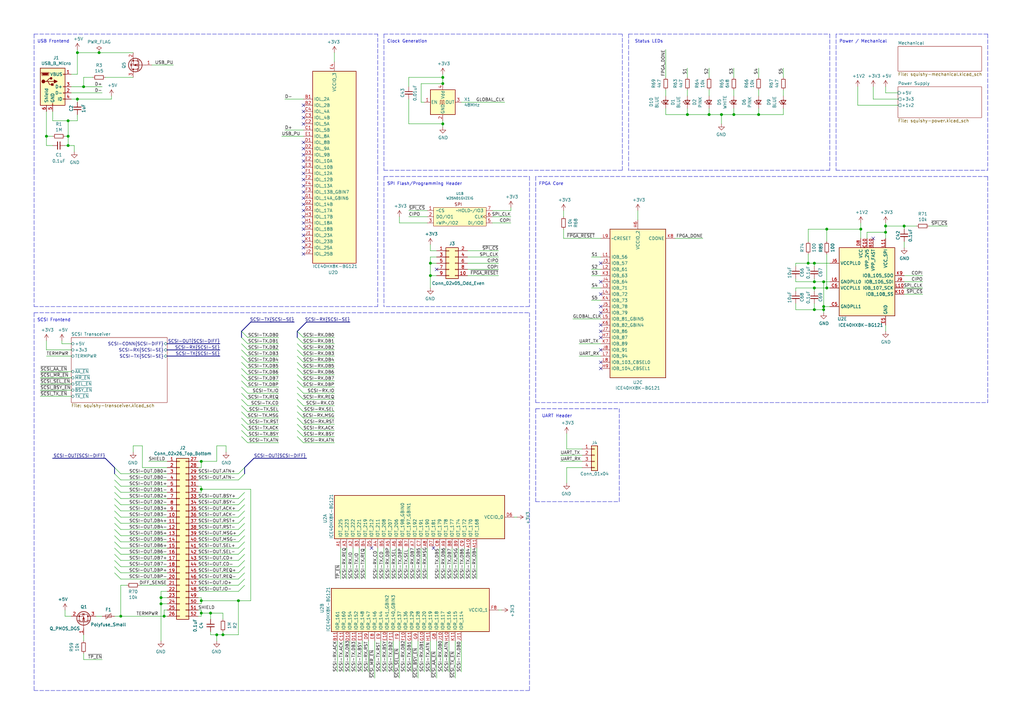
<source format=kicad_sch>
(kicad_sch (version 20210621) (generator eeschema)
  (paper "A3")
  (title_block (title "Squishy") (date "2021-05-31") (rev "1") (company "Aki"))
  (bus_alias "ULPI" (members "D[0..7]" "CLK" "STP" "DIR" "NXT"))
  (bus_alias "SCSI-DIFF" (members "DBP+" "DBP-" "ATN+" "ATN-" "BSY+" "BSY-" "ACK+" "ACK-" "RST+" "RST-" "MSG+" "MSG-" "SEL+" "SEL-" "CD+" "CD-" "REQ+" "REQ-" "IO+" "IO-" "DB0+" "DB0-" "DB1+" "DB1-" "DB2+" "DB2-" "DB3+" "DB3-" "DB4+" "DB4-" "DB5+" "DB5-" "DB6+" "DB6-" "DB7+" "DB7-"))
  (bus_alias "SCSI-SE" (members "DB[0..7]" "DBP" "IO" "REQ" "CD" "SEL" "MSG" "RST" "ACK" "BSY" "ATN"))
  (junction (at 19.05 55.88) (diameter 1.016))
  (junction (at 27.94 49.53) (diameter 1.016))
  (junction (at 27.94 55.88) (diameter 1.016))
  (junction (at 27.94 59.69) (diameter 1.016))
  (junction (at 31.75 21.59) (diameter 1.016))
  (junction (at 31.75 40.64) (diameter 1.016))
  (junction (at 34.29 35.56) (diameter 1.016))
  (junction (at 40.64 21.59) (diameter 1.016))
  (junction (at 49.53 252.73) (diameter 1.016))
  (junction (at 66.04 245.11) (diameter 1.016))
  (junction (at 66.04 247.65) (diameter 1.016))
  (junction (at 67.31 252.73) (diameter 1.016))
  (junction (at 82.55 189.23) (diameter 1.016))
  (junction (at 82.55 200.66) (diameter 1.016))
  (junction (at 82.55 246.38) (diameter 1.016))
  (junction (at 82.55 251.46) (diameter 1.016))
  (junction (at 86.36 251.46) (diameter 1.016))
  (junction (at 88.9 260.35) (diameter 1.016))
  (junction (at 91.44 260.35) (diameter 1.016))
  (junction (at 97.79 246.38) (diameter 1.016))
  (junction (at 176.53 107.95) (diameter 1.016))
  (junction (at 176.53 113.03) (diameter 1.016))
  (junction (at 181.61 31.75) (diameter 1.016))
  (junction (at 181.61 34.29) (diameter 1.016))
  (junction (at 181.61 50.8) (diameter 1.016))
  (junction (at 281.94 46.99) (diameter 1.016))
  (junction (at 290.83 46.99) (diameter 1.016))
  (junction (at 295.91 46.99) (diameter 1.016))
  (junction (at 300.99 46.99) (diameter 1.016))
  (junction (at 311.15 46.99) (diameter 1.016))
  (junction (at 331.47 107.95) (diameter 1.016))
  (junction (at 334.01 107.95) (diameter 1.016))
  (junction (at 334.01 115.57) (diameter 1.016))
  (junction (at 334.01 118.11) (diameter 1.016))
  (junction (at 334.01 127) (diameter 1.016))
  (junction (at 337.82 115.57) (diameter 1.016))
  (junction (at 337.82 125.73) (diameter 1.016))
  (junction (at 337.82 127) (diameter 1.016))
  (junction (at 339.09 93.98) (diameter 1.016))
  (junction (at 339.09 118.11) (diameter 1.016))
  (junction (at 353.06 93.98) (diameter 1.016))
  (junction (at 363.22 92.71) (diameter 1.016))
  (junction (at 363.22 95.25) (diameter 1.016))
  (junction (at 370.84 92.71) (diameter 1.016))
  (no_connect (at 124.46 43.18))
  (no_connect (at 124.46 45.72))
  (no_connect (at 124.46 48.26))
  (no_connect (at 124.46 50.8))
  (no_connect (at 124.46 58.42))
  (no_connect (at 124.46 60.96))
  (no_connect (at 124.46 63.5))
  (no_connect (at 124.46 66.04))
  (no_connect (at 124.46 68.58))
  (no_connect (at 124.46 71.12))
  (no_connect (at 124.46 73.66))
  (no_connect (at 124.46 76.2))
  (no_connect (at 124.46 78.74))
  (no_connect (at 124.46 81.28))
  (no_connect (at 124.46 83.82))
  (no_connect (at 124.46 86.36))
  (no_connect (at 124.46 88.9))
  (no_connect (at 124.46 91.44))
  (no_connect (at 124.46 93.98))
  (no_connect (at 124.46 96.52))
  (no_connect (at 124.46 99.06))
  (no_connect (at 124.46 101.6))
  (no_connect (at 124.46 104.14))
  (no_connect (at 152.4 224.79))
  (no_connect (at 177.8 224.79))
  (no_connect (at 179.07 110.49))
  (no_connect (at 246.38 107.95))
  (no_connect (at 246.38 115.57))
  (no_connect (at 246.38 120.65))
  (no_connect (at 246.38 125.73))
  (no_connect (at 246.38 128.27))
  (no_connect (at 246.38 133.35))
  (no_connect (at 246.38 135.89))
  (no_connect (at 246.38 138.43))
  (no_connect (at 246.38 143.51))
  (no_connect (at 246.38 148.59))
  (no_connect (at 246.38 151.13))
  (no_connect (at 358.14 97.79))
  (bus_entry (at 46.99 191.77) (size 2.54 2.54) (stroke (width 0.1524)))
  (bus_entry (at 46.99 194.31) (size 2.54 2.54) (stroke (width 0.1524)))
  (bus_entry (at 46.99 196.85) (size 2.54 2.54) (stroke (width 0.1524)))
  (bus_entry (at 46.99 199.39) (size 2.54 2.54) (stroke (width 0.1524)))
  (bus_entry (at 46.99 201.93) (size 2.54 2.54) (stroke (width 0.1524)))
  (bus_entry (at 46.99 204.47) (size 2.54 2.54) (stroke (width 0.1524)))
  (bus_entry (at 46.99 207.01) (size 2.54 2.54) (stroke (width 0.1524)))
  (bus_entry (at 46.99 209.55) (size 2.54 2.54) (stroke (width 0.1524)))
  (bus_entry (at 46.99 212.09) (size 2.54 2.54) (stroke (width 0.1524)))
  (bus_entry (at 46.99 214.63) (size 2.54 2.54) (stroke (width 0.1524)))
  (bus_entry (at 46.99 217.17) (size 2.54 2.54) (stroke (width 0.1524)))
  (bus_entry (at 46.99 219.71) (size 2.54 2.54) (stroke (width 0.1524)))
  (bus_entry (at 46.99 222.25) (size 2.54 2.54) (stroke (width 0.1524)))
  (bus_entry (at 46.99 224.79) (size 2.54 2.54) (stroke (width 0.1524)))
  (bus_entry (at 46.99 227.33) (size 2.54 2.54) (stroke (width 0.1524)))
  (bus_entry (at 46.99 229.87) (size 2.54 2.54) (stroke (width 0.1524)))
  (bus_entry (at 46.99 232.41) (size 2.54 2.54) (stroke (width 0.1524)))
  (bus_entry (at 46.99 234.95) (size 2.54 2.54) (stroke (width 0.1524)))
  (bus_entry (at 99.06 135.89) (size 2.54 2.54) (stroke (width 0.1524)))
  (bus_entry (at 99.06 138.43) (size 2.54 2.54) (stroke (width 0.1524)))
  (bus_entry (at 99.06 140.97) (size 2.54 2.54) (stroke (width 0.1524)))
  (bus_entry (at 99.06 143.51) (size 2.54 2.54) (stroke (width 0.1524)))
  (bus_entry (at 99.06 146.05) (size 2.54 2.54) (stroke (width 0.1524)))
  (bus_entry (at 99.06 148.59) (size 2.54 2.54) (stroke (width 0.1524)))
  (bus_entry (at 99.06 151.13) (size 2.54 2.54) (stroke (width 0.1524)))
  (bus_entry (at 99.06 153.67) (size 2.54 2.54) (stroke (width 0.1524)))
  (bus_entry (at 99.06 156.21) (size 2.54 2.54) (stroke (width 0.1524)))
  (bus_entry (at 99.06 158.75) (size 2.54 2.54) (stroke (width 0.1524)))
  (bus_entry (at 99.06 161.29) (size 2.54 2.54) (stroke (width 0.1524)))
  (bus_entry (at 99.06 163.83) (size 2.54 2.54) (stroke (width 0.1524)))
  (bus_entry (at 99.06 166.37) (size 2.54 2.54) (stroke (width 0.1524)))
  (bus_entry (at 99.06 168.91) (size 2.54 2.54) (stroke (width 0.1524)))
  (bus_entry (at 99.06 171.45) (size 2.54 2.54) (stroke (width 0.1524)))
  (bus_entry (at 99.06 173.99) (size 2.54 2.54) (stroke (width 0.1524)))
  (bus_entry (at 99.06 176.53) (size 2.54 2.54) (stroke (width 0.1524)))
  (bus_entry (at 99.06 179.07) (size 2.54 2.54) (stroke (width 0.1524)))
  (bus_entry (at 100.33 191.77) (size -2.54 2.54) (stroke (width 0.1524)))
  (bus_entry (at 100.33 194.31) (size -2.54 2.54) (stroke (width 0.1524)))
  (bus_entry (at 100.33 201.93) (size -2.54 2.54) (stroke (width 0.1524)))
  (bus_entry (at 100.33 204.47) (size -2.54 2.54) (stroke (width 0.1524)))
  (bus_entry (at 100.33 207.01) (size -2.54 2.54) (stroke (width 0.1524)))
  (bus_entry (at 100.33 209.55) (size -2.54 2.54) (stroke (width 0.1524)))
  (bus_entry (at 100.33 212.09) (size -2.54 2.54) (stroke (width 0.1524)))
  (bus_entry (at 100.33 214.63) (size -2.54 2.54) (stroke (width 0.1524)))
  (bus_entry (at 100.33 217.17) (size -2.54 2.54) (stroke (width 0.1524)))
  (bus_entry (at 100.33 219.71) (size -2.54 2.54) (stroke (width 0.1524)))
  (bus_entry (at 100.33 222.25) (size -2.54 2.54) (stroke (width 0.1524)))
  (bus_entry (at 100.33 224.79) (size -2.54 2.54) (stroke (width 0.1524)))
  (bus_entry (at 100.33 227.33) (size -2.54 2.54) (stroke (width 0.1524)))
  (bus_entry (at 100.33 229.87) (size -2.54 2.54) (stroke (width 0.1524)))
  (bus_entry (at 100.33 232.41) (size -2.54 2.54) (stroke (width 0.1524)))
  (bus_entry (at 100.33 234.95) (size -2.54 2.54) (stroke (width 0.1524)))
  (bus_entry (at 100.33 237.49) (size -2.54 2.54) (stroke (width 0.1524)))
  (bus_entry (at 100.33 240.03) (size -2.54 2.54) (stroke (width 0.1524)))
  (bus_entry (at 121.92 135.89) (size 2.54 2.54) (stroke (width 0.1524)))
  (bus_entry (at 121.92 138.43) (size 2.54 2.54) (stroke (width 0.1524)))
  (bus_entry (at 121.92 140.97) (size 2.54 2.54) (stroke (width 0.1524)))
  (bus_entry (at 121.92 143.51) (size 2.54 2.54) (stroke (width 0.1524)))
  (bus_entry (at 121.92 146.05) (size 2.54 2.54) (stroke (width 0.1524)))
  (bus_entry (at 121.92 148.59) (size 2.54 2.54) (stroke (width 0.1524)))
  (bus_entry (at 121.92 151.13) (size 2.54 2.54) (stroke (width 0.1524)))
  (bus_entry (at 121.92 153.67) (size 2.54 2.54) (stroke (width 0.1524)))
  (bus_entry (at 121.92 156.21) (size 2.54 2.54) (stroke (width 0.1524)))
  (bus_entry (at 121.92 158.75) (size 2.54 2.54) (stroke (width 0.1524)))
  (bus_entry (at 121.92 161.29) (size 2.54 2.54) (stroke (width 0.1524)))
  (bus_entry (at 121.92 163.83) (size 2.54 2.54) (stroke (width 0.1524)))
  (bus_entry (at 121.92 166.37) (size 2.54 2.54) (stroke (width 0.1524)))
  (bus_entry (at 121.92 168.91) (size 2.54 2.54) (stroke (width 0.1524)))
  (bus_entry (at 121.92 171.45) (size 2.54 2.54) (stroke (width 0.1524)))
  (bus_entry (at 121.92 173.99) (size 2.54 2.54) (stroke (width 0.1524)))
  (bus_entry (at 121.92 176.53) (size 2.54 2.54) (stroke (width 0.1524)))
  (bus_entry (at 121.92 179.07) (size 2.54 2.54) (stroke (width 0.1524)))
  (wire (pts (xy 16.51 152.4) (xy 29.21 152.4)))
  (wire (pts (xy 16.51 154.94) (xy 29.21 154.94)))
  (wire (pts (xy 16.51 157.48) (xy 29.21 157.48)))
  (wire (pts (xy 16.51 160.02) (xy 29.21 160.02)))
  (wire (pts (xy 16.51 162.56) (xy 29.21 162.56)))
  (wire (pts (xy 19.05 45.72) (xy 19.05 55.88)))
  (wire (pts (xy 19.05 59.69) (xy 19.05 55.88)))
  (wire (pts (xy 19.05 143.51) (xy 19.05 139.7)))
  (wire (pts (xy 21.59 49.53) (xy 21.59 45.72)))
  (wire (pts (xy 21.59 55.88) (xy 19.05 55.88)))
  (wire (pts (xy 21.59 59.69) (xy 19.05 59.69)))
  (wire (pts (xy 25.4 139.7) (xy 25.4 140.97)))
  (wire (pts (xy 26.67 55.88) (xy 27.94 55.88)))
  (wire (pts (xy 26.67 59.69) (xy 27.94 59.69)))
  (wire (pts (xy 26.67 252.73) (xy 26.67 250.19)))
  (wire (pts (xy 27.94 49.53) (xy 21.59 49.53)))
  (wire (pts (xy 27.94 49.53) (xy 27.94 55.88)))
  (wire (pts (xy 27.94 59.69) (xy 27.94 55.88)))
  (wire (pts (xy 29.21 35.56) (xy 34.29 35.56)))
  (wire (pts (xy 29.21 38.1) (xy 41.91 38.1)))
  (wire (pts (xy 29.21 40.64) (xy 31.75 40.64)))
  (wire (pts (xy 29.21 140.97) (xy 25.4 140.97)))
  (wire (pts (xy 29.21 143.51) (xy 19.05 143.51)))
  (wire (pts (xy 29.21 146.05) (xy 19.05 146.05)))
  (wire (pts (xy 29.21 252.73) (xy 26.67 252.73)))
  (wire (pts (xy 30.48 59.69) (xy 27.94 59.69)))
  (wire (pts (xy 30.48 62.23) (xy 30.48 59.69)))
  (wire (pts (xy 31.75 20.32) (xy 31.75 21.59)))
  (wire (pts (xy 31.75 21.59) (xy 31.75 30.48)))
  (wire (pts (xy 31.75 21.59) (xy 40.64 21.59)))
  (wire (pts (xy 31.75 30.48) (xy 29.21 30.48)))
  (wire (pts (xy 31.75 40.64) (xy 31.75 41.91)))
  (wire (pts (xy 31.75 46.99) (xy 31.75 49.53)))
  (wire (pts (xy 31.75 49.53) (xy 27.94 49.53)))
  (wire (pts (xy 34.29 31.75) (xy 34.29 35.56)))
  (wire (pts (xy 34.29 31.75) (xy 38.1 31.75)))
  (wire (pts (xy 34.29 35.56) (xy 41.91 35.56)))
  (wire (pts (xy 34.29 262.89) (xy 34.29 260.35)))
  (wire (pts (xy 34.29 267.97) (xy 34.29 270.51)))
  (wire (pts (xy 34.29 270.51) (xy 41.91 270.51)))
  (wire (pts (xy 40.64 21.59) (xy 54.61 21.59)))
  (wire (pts (xy 41.91 252.73) (xy 39.37 252.73)))
  (wire (pts (xy 43.18 31.75) (xy 54.61 31.75)))
  (wire (pts (xy 45.72 39.37) (xy 45.72 40.64)))
  (wire (pts (xy 45.72 40.64) (xy 31.75 40.64)))
  (wire (pts (xy 49.53 194.31) (xy 68.58 194.31)))
  (wire (pts (xy 49.53 196.85) (xy 68.58 196.85)))
  (wire (pts (xy 49.53 199.39) (xy 68.58 199.39)))
  (wire (pts (xy 49.53 201.93) (xy 68.58 201.93)))
  (wire (pts (xy 49.53 204.47) (xy 68.58 204.47)))
  (wire (pts (xy 49.53 207.01) (xy 68.58 207.01)))
  (wire (pts (xy 49.53 209.55) (xy 68.58 209.55)))
  (wire (pts (xy 49.53 212.09) (xy 68.58 212.09)))
  (wire (pts (xy 49.53 214.63) (xy 68.58 214.63)))
  (wire (pts (xy 49.53 217.17) (xy 68.58 217.17)))
  (wire (pts (xy 49.53 219.71) (xy 68.58 219.71)))
  (wire (pts (xy 49.53 222.25) (xy 68.58 222.25)))
  (wire (pts (xy 49.53 224.79) (xy 68.58 224.79)))
  (wire (pts (xy 49.53 227.33) (xy 68.58 227.33)))
  (wire (pts (xy 49.53 229.87) (xy 68.58 229.87)))
  (wire (pts (xy 49.53 232.41) (xy 68.58 232.41)))
  (wire (pts (xy 49.53 234.95) (xy 68.58 234.95)))
  (wire (pts (xy 49.53 237.49) (xy 68.58 237.49)))
  (wire (pts (xy 49.53 240.03) (xy 49.53 252.73)))
  (wire (pts (xy 49.53 240.03) (xy 52.07 240.03)))
  (wire (pts (xy 49.53 252.73) (xy 46.99 252.73)))
  (wire (pts (xy 49.53 252.73) (xy 67.31 252.73)))
  (wire (pts (xy 54.61 182.88) (xy 54.61 185.42)))
  (wire (pts (xy 57.15 240.03) (xy 68.58 240.03)))
  (wire (pts (xy 58.42 182.88) (xy 54.61 182.88)))
  (wire (pts (xy 58.42 191.77) (xy 58.42 182.88)))
  (wire (pts (xy 58.42 191.77) (xy 68.58 191.77)))
  (wire (pts (xy 62.23 26.67) (xy 71.12 26.67)))
  (wire (pts (xy 66.04 242.57) (xy 66.04 245.11)))
  (wire (pts (xy 66.04 245.11) (xy 66.04 247.65)))
  (wire (pts (xy 66.04 247.65) (xy 66.04 262.89)))
  (wire (pts (xy 67.31 250.19) (xy 67.31 252.73)))
  (wire (pts (xy 67.31 252.73) (xy 68.58 252.73)))
  (wire (pts (xy 68.58 189.23) (xy 60.96 189.23)))
  (wire (pts (xy 68.58 242.57) (xy 66.04 242.57)))
  (wire (pts (xy 68.58 245.11) (xy 66.04 245.11)))
  (wire (pts (xy 68.58 247.65) (xy 66.04 247.65)))
  (wire (pts (xy 68.58 250.19) (xy 67.31 250.19)))
  (wire (pts (xy 81.28 189.23) (xy 82.55 189.23)))
  (wire (pts (xy 81.28 250.19) (xy 82.55 250.19)))
  (wire (pts (xy 81.28 252.73) (xy 82.55 252.73)))
  (wire (pts (xy 82.55 189.23) (xy 82.55 191.77)))
  (wire (pts (xy 82.55 191.77) (xy 81.28 191.77)))
  (wire (pts (xy 82.55 199.39) (xy 81.28 199.39)))
  (wire (pts (xy 82.55 199.39) (xy 82.55 200.66)))
  (wire (pts (xy 82.55 200.66) (xy 82.55 201.93)))
  (wire (pts (xy 82.55 200.66) (xy 102.87 200.66)))
  (wire (pts (xy 82.55 201.93) (xy 81.28 201.93)))
  (wire (pts (xy 82.55 245.11) (xy 81.28 245.11)))
  (wire (pts (xy 82.55 245.11) (xy 82.55 246.38)))
  (wire (pts (xy 82.55 246.38) (xy 82.55 247.65)))
  (wire (pts (xy 82.55 247.65) (xy 81.28 247.65)))
  (wire (pts (xy 82.55 250.19) (xy 82.55 251.46)))
  (wire (pts (xy 82.55 251.46) (xy 82.55 252.73)))
  (wire (pts (xy 82.55 251.46) (xy 86.36 251.46)))
  (wire (pts (xy 86.36 251.46) (xy 91.44 251.46)))
  (wire (pts (xy 86.36 254) (xy 86.36 251.46)))
  (wire (pts (xy 86.36 259.08) (xy 86.36 260.35)))
  (wire (pts (xy 86.36 260.35) (xy 88.9 260.35)))
  (wire (pts (xy 88.9 182.88) (xy 88.9 189.23)))
  (wire (pts (xy 88.9 182.88) (xy 92.71 182.88)))
  (wire (pts (xy 88.9 189.23) (xy 82.55 189.23)))
  (wire (pts (xy 88.9 260.35) (xy 88.9 262.89)))
  (wire (pts (xy 88.9 260.35) (xy 91.44 260.35)))
  (wire (pts (xy 91.44 251.46) (xy 91.44 254)))
  (wire (pts (xy 91.44 260.35) (xy 91.44 259.08)))
  (wire (pts (xy 91.44 260.35) (xy 97.79 260.35)))
  (wire (pts (xy 92.71 182.88) (xy 92.71 185.42)))
  (wire (pts (xy 97.79 194.31) (xy 81.28 194.31)))
  (wire (pts (xy 97.79 196.85) (xy 81.28 196.85)))
  (wire (pts (xy 97.79 204.47) (xy 81.28 204.47)))
  (wire (pts (xy 97.79 207.01) (xy 81.28 207.01)))
  (wire (pts (xy 97.79 209.55) (xy 81.28 209.55)))
  (wire (pts (xy 97.79 212.09) (xy 81.28 212.09)))
  (wire (pts (xy 97.79 214.63) (xy 81.28 214.63)))
  (wire (pts (xy 97.79 217.17) (xy 81.28 217.17)))
  (wire (pts (xy 97.79 219.71) (xy 81.28 219.71)))
  (wire (pts (xy 97.79 222.25) (xy 81.28 222.25)))
  (wire (pts (xy 97.79 224.79) (xy 81.28 224.79)))
  (wire (pts (xy 97.79 227.33) (xy 81.28 227.33)))
  (wire (pts (xy 97.79 229.87) (xy 81.28 229.87)))
  (wire (pts (xy 97.79 232.41) (xy 81.28 232.41)))
  (wire (pts (xy 97.79 234.95) (xy 81.28 234.95)))
  (wire (pts (xy 97.79 237.49) (xy 81.28 237.49)))
  (wire (pts (xy 97.79 240.03) (xy 81.28 240.03)))
  (wire (pts (xy 97.79 242.57) (xy 81.28 242.57)))
  (wire (pts (xy 97.79 246.38) (xy 82.55 246.38)))
  (wire (pts (xy 97.79 260.35) (xy 97.79 246.38)))
  (wire (pts (xy 101.6 138.43) (xy 114.3 138.43)))
  (wire (pts (xy 101.6 140.97) (xy 114.3 140.97)))
  (wire (pts (xy 101.6 143.51) (xy 114.3 143.51)))
  (wire (pts (xy 101.6 146.05) (xy 114.3 146.05)))
  (wire (pts (xy 101.6 148.59) (xy 114.3 148.59)))
  (wire (pts (xy 101.6 151.13) (xy 114.3 151.13)))
  (wire (pts (xy 101.6 153.67) (xy 114.3 153.67)))
  (wire (pts (xy 101.6 156.21) (xy 114.3 156.21)))
  (wire (pts (xy 101.6 158.75) (xy 114.3 158.75)))
  (wire (pts (xy 101.6 161.29) (xy 114.3 161.29)))
  (wire (pts (xy 101.6 163.83) (xy 114.3 163.83)))
  (wire (pts (xy 101.6 166.37) (xy 114.3 166.37)))
  (wire (pts (xy 101.6 168.91) (xy 114.3 168.91)))
  (wire (pts (xy 101.6 171.45) (xy 114.3 171.45)))
  (wire (pts (xy 101.6 173.99) (xy 114.3 173.99)))
  (wire (pts (xy 101.6 176.53) (xy 114.3 176.53)))
  (wire (pts (xy 101.6 179.07) (xy 114.3 179.07)))
  (wire (pts (xy 101.6 181.61) (xy 114.3 181.61)))
  (wire (pts (xy 102.87 200.66) (xy 102.87 246.38)))
  (wire (pts (xy 102.87 246.38) (xy 97.79 246.38)))
  (wire (pts (xy 124.46 40.64) (xy 116.84 40.64)))
  (wire (pts (xy 124.46 53.34) (xy 116.84 53.34)))
  (wire (pts (xy 124.46 55.88) (xy 115.57 55.88)))
  (wire (pts (xy 124.46 138.43) (xy 137.16 138.43)))
  (wire (pts (xy 124.46 140.97) (xy 137.16 140.97)))
  (wire (pts (xy 124.46 143.51) (xy 137.16 143.51)))
  (wire (pts (xy 124.46 146.05) (xy 137.16 146.05)))
  (wire (pts (xy 124.46 148.59) (xy 137.16 148.59)))
  (wire (pts (xy 124.46 151.13) (xy 137.16 151.13)))
  (wire (pts (xy 124.46 153.67) (xy 137.16 153.67)))
  (wire (pts (xy 124.46 156.21) (xy 137.16 156.21)))
  (wire (pts (xy 124.46 158.75) (xy 137.16 158.75)))
  (wire (pts (xy 124.46 161.29) (xy 137.16 161.29)))
  (wire (pts (xy 124.46 163.83) (xy 137.16 163.83)))
  (wire (pts (xy 124.46 166.37) (xy 137.16 166.37)))
  (wire (pts (xy 124.46 168.91) (xy 137.16 168.91)))
  (wire (pts (xy 124.46 171.45) (xy 137.16 171.45)))
  (wire (pts (xy 124.46 173.99) (xy 137.16 173.99)))
  (wire (pts (xy 124.46 176.53) (xy 137.16 176.53)))
  (wire (pts (xy 124.46 179.07) (xy 137.16 179.07)))
  (wire (pts (xy 124.46 181.61) (xy 137.16 181.61)))
  (wire (pts (xy 137.16 21.59) (xy 137.16 25.4)))
  (wire (pts (xy 138.43 262.89) (xy 138.43 275.59)))
  (wire (pts (xy 139.7 237.49) (xy 139.7 224.79)))
  (wire (pts (xy 140.97 262.89) (xy 140.97 275.59)))
  (wire (pts (xy 142.24 224.79) (xy 142.24 237.49)))
  (wire (pts (xy 143.51 262.89) (xy 143.51 275.59)))
  (wire (pts (xy 144.78 224.79) (xy 144.78 237.49)))
  (wire (pts (xy 146.05 262.89) (xy 146.05 275.59)))
  (wire (pts (xy 147.32 224.79) (xy 147.32 237.49)))
  (wire (pts (xy 148.59 262.89) (xy 148.59 275.59)))
  (wire (pts (xy 149.86 224.79) (xy 149.86 237.49)))
  (wire (pts (xy 151.13 262.89) (xy 151.13 275.59)))
  (wire (pts (xy 153.67 262.89) (xy 153.67 278.13)))
  (wire (pts (xy 154.94 224.79) (xy 154.94 237.49)))
  (wire (pts (xy 156.21 262.89) (xy 156.21 275.59)))
  (wire (pts (xy 157.48 224.79) (xy 157.48 237.49)))
  (wire (pts (xy 158.75 262.89) (xy 158.75 275.59)))
  (wire (pts (xy 160.02 224.79) (xy 160.02 237.49)))
  (wire (pts (xy 161.29 262.89) (xy 161.29 275.59)))
  (wire (pts (xy 162.56 224.79) (xy 162.56 237.49)))
  (wire (pts (xy 163.83 88.9) (xy 163.83 91.44)))
  (wire (pts (xy 163.83 91.44) (xy 175.26 91.44)))
  (wire (pts (xy 163.83 262.89) (xy 163.83 278.13)))
  (wire (pts (xy 165.1 224.79) (xy 165.1 237.49)))
  (wire (pts (xy 166.37 262.89) (xy 166.37 275.59)))
  (wire (pts (xy 167.64 31.75) (xy 167.64 35.56)))
  (wire (pts (xy 167.64 50.8) (xy 167.64 40.64)))
  (wire (pts (xy 167.64 224.79) (xy 167.64 237.49)))
  (wire (pts (xy 168.91 262.89) (xy 168.91 275.59)))
  (wire (pts (xy 170.18 224.79) (xy 170.18 237.49)))
  (wire (pts (xy 171.45 262.89) (xy 171.45 278.13)))
  (wire (pts (xy 172.72 34.29) (xy 181.61 34.29)))
  (wire (pts (xy 172.72 41.91) (xy 172.72 34.29)))
  (wire (pts (xy 172.72 224.79) (xy 172.72 237.49)))
  (wire (pts (xy 173.99 41.91) (xy 172.72 41.91)))
  (wire (pts (xy 173.99 262.89) (xy 173.99 275.59)))
  (wire (pts (xy 175.26 86.36) (xy 167.64 86.36)))
  (wire (pts (xy 175.26 88.9) (xy 167.64 88.9)))
  (wire (pts (xy 175.26 224.79) (xy 175.26 237.49)))
  (wire (pts (xy 176.53 100.33) (xy 176.53 102.87)))
  (wire (pts (xy 176.53 102.87) (xy 179.07 102.87)))
  (wire (pts (xy 176.53 105.41) (xy 176.53 107.95)))
  (wire (pts (xy 176.53 107.95) (xy 176.53 113.03)))
  (wire (pts (xy 176.53 113.03) (xy 176.53 118.11)))
  (wire (pts (xy 176.53 262.89) (xy 176.53 275.59)))
  (wire (pts (xy 179.07 105.41) (xy 176.53 105.41)))
  (wire (pts (xy 179.07 107.95) (xy 176.53 107.95)))
  (wire (pts (xy 179.07 113.03) (xy 176.53 113.03)))
  (wire (pts (xy 179.07 278.13) (xy 179.07 262.89)))
  (wire (pts (xy 180.34 224.79) (xy 180.34 237.49)))
  (wire (pts (xy 181.61 30.48) (xy 181.61 31.75)))
  (wire (pts (xy 181.61 31.75) (xy 167.64 31.75)))
  (wire (pts (xy 181.61 31.75) (xy 181.61 34.29)))
  (wire (pts (xy 181.61 49.53) (xy 181.61 50.8)))
  (wire (pts (xy 181.61 50.8) (xy 167.64 50.8)))
  (wire (pts (xy 181.61 50.8) (xy 181.61 52.07)))
  (wire (pts (xy 181.61 262.89) (xy 181.61 275.59)))
  (wire (pts (xy 182.88 224.79) (xy 182.88 237.49)))
  (wire (pts (xy 184.15 262.89) (xy 184.15 275.59)))
  (wire (pts (xy 185.42 224.79) (xy 185.42 237.49)))
  (wire (pts (xy 186.69 262.89) (xy 186.69 278.13)))
  (wire (pts (xy 187.96 224.79) (xy 187.96 237.49)))
  (wire (pts (xy 189.23 41.91) (xy 207.01 41.91)))
  (wire (pts (xy 189.23 262.89) (xy 189.23 275.59)))
  (wire (pts (xy 190.5 224.79) (xy 190.5 237.49)))
  (wire (pts (xy 191.77 102.87) (xy 204.47 102.87)))
  (wire (pts (xy 191.77 105.41) (xy 204.47 105.41)))
  (wire (pts (xy 191.77 107.95) (xy 204.47 107.95)))
  (wire (pts (xy 191.77 110.49) (xy 204.47 110.49)))
  (wire (pts (xy 191.77 113.03) (xy 204.47 113.03)))
  (wire (pts (xy 193.04 224.79) (xy 193.04 237.49)))
  (wire (pts (xy 195.58 224.79) (xy 195.58 237.49)))
  (wire (pts (xy 201.93 86.36) (xy 209.55 86.36)))
  (wire (pts (xy 201.93 88.9) (xy 209.55 88.9)))
  (wire (pts (xy 201.93 91.44) (xy 209.55 91.44)))
  (wire (pts (xy 205.74 250.19) (xy 204.47 250.19)))
  (wire (pts (xy 209.55 85.09) (xy 209.55 86.36)))
  (wire (pts (xy 212.09 212.09) (xy 210.82 212.09)))
  (wire (pts (xy 231.14 86.36) (xy 231.14 88.9)))
  (wire (pts (xy 231.14 97.79) (xy 231.14 93.98)))
  (wire (pts (xy 232.41 177.8) (xy 232.41 184.15)))
  (wire (pts (xy 232.41 184.15) (xy 238.76 184.15)))
  (wire (pts (xy 232.41 191.77) (xy 232.41 198.12)))
  (wire (pts (xy 238.76 186.69) (xy 229.87 186.69)))
  (wire (pts (xy 238.76 189.23) (xy 229.87 189.23)))
  (wire (pts (xy 238.76 191.77) (xy 232.41 191.77)))
  (wire (pts (xy 246.38 97.79) (xy 231.14 97.79)))
  (wire (pts (xy 246.38 105.41) (xy 242.57 105.41)))
  (wire (pts (xy 246.38 110.49) (xy 242.57 110.49)))
  (wire (pts (xy 246.38 113.03) (xy 242.57 113.03)))
  (wire (pts (xy 246.38 118.11) (xy 242.57 118.11)))
  (wire (pts (xy 246.38 123.19) (xy 242.57 123.19)))
  (wire (pts (xy 246.38 130.81) (xy 234.95 130.81)))
  (wire (pts (xy 246.38 140.97) (xy 237.49 140.97)))
  (wire (pts (xy 246.38 146.05) (xy 237.49 146.05)))
  (wire (pts (xy 261.62 86.36) (xy 261.62 90.17)))
  (wire (pts (xy 273.05 31.75) (xy 273.05 20.32)))
  (wire (pts (xy 273.05 36.83) (xy 273.05 39.37)))
  (wire (pts (xy 273.05 46.99) (xy 273.05 44.45)))
  (wire (pts (xy 276.86 97.79) (xy 288.29 97.79)))
  (wire (pts (xy 281.94 31.75) (xy 281.94 27.94)))
  (wire (pts (xy 281.94 36.83) (xy 281.94 39.37)))
  (wire (pts (xy 281.94 44.45) (xy 281.94 46.99)))
  (wire (pts (xy 281.94 46.99) (xy 273.05 46.99)))
  (wire (pts (xy 281.94 46.99) (xy 290.83 46.99)))
  (wire (pts (xy 290.83 31.75) (xy 290.83 27.94)))
  (wire (pts (xy 290.83 36.83) (xy 290.83 39.37)))
  (wire (pts (xy 290.83 44.45) (xy 290.83 46.99)))
  (wire (pts (xy 290.83 46.99) (xy 295.91 46.99)))
  (wire (pts (xy 295.91 46.99) (xy 300.99 46.99)))
  (wire (pts (xy 295.91 50.8) (xy 295.91 46.99)))
  (wire (pts (xy 300.99 31.75) (xy 300.99 27.94)))
  (wire (pts (xy 300.99 36.83) (xy 300.99 39.37)))
  (wire (pts (xy 300.99 44.45) (xy 300.99 46.99)))
  (wire (pts (xy 300.99 46.99) (xy 311.15 46.99)))
  (wire (pts (xy 311.15 31.75) (xy 311.15 27.94)))
  (wire (pts (xy 311.15 36.83) (xy 311.15 39.37)))
  (wire (pts (xy 311.15 44.45) (xy 311.15 46.99)))
  (wire (pts (xy 311.15 46.99) (xy 321.31 46.99)))
  (wire (pts (xy 321.31 31.75) (xy 321.31 27.94)))
  (wire (pts (xy 321.31 36.83) (xy 321.31 39.37)))
  (wire (pts (xy 321.31 44.45) (xy 321.31 46.99)))
  (wire (pts (xy 326.39 107.95) (xy 331.47 107.95)))
  (wire (pts (xy 326.39 109.22) (xy 326.39 107.95)))
  (wire (pts (xy 326.39 115.57) (xy 326.39 114.3)))
  (wire (pts (xy 326.39 115.57) (xy 334.01 115.57)))
  (wire (pts (xy 326.39 118.11) (xy 334.01 118.11)))
  (wire (pts (xy 326.39 119.38) (xy 326.39 118.11)))
  (wire (pts (xy 326.39 127) (xy 326.39 124.46)))
  (wire (pts (xy 331.47 93.98) (xy 339.09 93.98)))
  (wire (pts (xy 331.47 99.06) (xy 331.47 93.98)))
  (wire (pts (xy 331.47 104.14) (xy 331.47 107.95)))
  (wire (pts (xy 331.47 107.95) (xy 334.01 107.95)))
  (wire (pts (xy 334.01 107.95) (xy 340.36 107.95)))
  (wire (pts (xy 334.01 109.22) (xy 334.01 107.95)))
  (wire (pts (xy 334.01 114.3) (xy 334.01 115.57)))
  (wire (pts (xy 334.01 115.57) (xy 337.82 115.57)))
  (wire (pts (xy 334.01 118.11) (xy 334.01 119.38)))
  (wire (pts (xy 334.01 124.46) (xy 334.01 127)))
  (wire (pts (xy 334.01 127) (xy 326.39 127)))
  (wire (pts (xy 337.82 115.57) (xy 340.36 115.57)))
  (wire (pts (xy 337.82 125.73) (xy 337.82 115.57)))
  (wire (pts (xy 337.82 125.73) (xy 337.82 127)))
  (wire (pts (xy 337.82 125.73) (xy 340.36 125.73)))
  (wire (pts (xy 337.82 127) (xy 334.01 127)))
  (wire (pts (xy 337.82 127) (xy 337.82 128.27)))
  (wire (pts (xy 339.09 93.98) (xy 339.09 99.06)))
  (wire (pts (xy 339.09 93.98) (xy 353.06 93.98)))
  (wire (pts (xy 339.09 104.14) (xy 339.09 118.11)))
  (wire (pts (xy 339.09 118.11) (xy 334.01 118.11)))
  (wire (pts (xy 340.36 118.11) (xy 339.09 118.11)))
  (wire (pts (xy 351.79 35.56) (xy 351.79 43.18)))
  (wire (pts (xy 353.06 91.44) (xy 353.06 93.98)))
  (wire (pts (xy 353.06 93.98) (xy 353.06 97.79)))
  (wire (pts (xy 355.6 95.25) (xy 363.22 95.25)))
  (wire (pts (xy 355.6 97.79) (xy 355.6 95.25)))
  (wire (pts (xy 358.14 35.56) (xy 358.14 40.64)))
  (wire (pts (xy 363.22 35.56) (xy 363.22 38.1)))
  (wire (pts (xy 363.22 38.1) (xy 368.3 38.1)))
  (wire (pts (xy 363.22 91.44) (xy 363.22 92.71)))
  (wire (pts (xy 363.22 92.71) (xy 363.22 95.25)))
  (wire (pts (xy 363.22 92.71) (xy 370.84 92.71)))
  (wire (pts (xy 363.22 95.25) (xy 363.22 97.79)))
  (wire (pts (xy 363.22 133.35) (xy 363.22 135.89)))
  (wire (pts (xy 368.3 40.64) (xy 358.14 40.64)))
  (wire (pts (xy 368.3 43.18) (xy 351.79 43.18)))
  (wire (pts (xy 370.84 92.71) (xy 370.84 93.98)))
  (wire (pts (xy 370.84 92.71) (xy 375.92 92.71)))
  (wire (pts (xy 370.84 99.06) (xy 370.84 101.6)))
  (wire (pts (xy 370.84 113.03) (xy 378.46 113.03)))
  (wire (pts (xy 370.84 115.57) (xy 378.46 115.57)))
  (wire (pts (xy 370.84 118.11) (xy 378.46 118.11)))
  (wire (pts (xy 370.84 120.65) (xy 378.46 120.65)))
  (wire (pts (xy 381 92.71) (xy 388.62 92.71)))
  (bus (pts (xy 21.59 187.96) (xy 43.18 187.96)))
  (bus (pts (xy 43.18 187.96) (xy 46.99 191.77)))
  (bus (pts (xy 46.99 191.77) (xy 46.99 234.95)))
  (bus (pts (xy 68.58 140.97) (xy 90.17 140.97)))
  (bus (pts (xy 90.17 143.51) (xy 68.58 143.51)))
  (bus (pts (xy 90.17 146.05) (xy 68.58 146.05)))
  (bus (pts (xy 99.06 135.89) (xy 99.06 179.07)))
  (bus (pts (xy 100.33 191.77) (xy 100.33 240.03)))
  (bus (pts (xy 102.87 132.08) (xy 99.06 135.89)))
  (bus (pts (xy 104.14 187.96) (xy 100.33 191.77)))
  (bus (pts (xy 120.65 132.08) (xy 102.87 132.08)))
  (bus (pts (xy 121.92 135.89) (xy 121.92 179.07)))
  (bus (pts (xy 125.73 132.08) (xy 121.92 135.89)))
  (bus (pts (xy 125.73 187.96) (xy 104.14 187.96)))
  (bus (pts (xy 143.51 132.08) (xy 125.73 132.08)))
  (polyline (pts (xy 13.97 13.97) (xy 13.97 69.85)) (stroke (width 0) (type dash)))
  (polyline (pts (xy 13.97 13.97) (xy 154.94 13.97)) (stroke (width 0) (type dash)))
  (polyline (pts (xy 13.97 69.85) (xy 13.97 125.73)) (stroke (width 0) (type dash)))
  (polyline (pts (xy 13.97 125.73) (xy 154.94 125.73)) (stroke (width 0) (type dash)))
  (polyline (pts (xy 13.97 128.27) (xy 13.97 283.21)) (stroke (width 0) (type dash)))
  (polyline (pts (xy 13.97 128.27) (xy 217.17 128.27)) (stroke (width 0) (type dash)))
  (polyline (pts (xy 13.97 283.21) (xy 199.39 283.21)) (stroke (width 0) (type dash)))
  (polyline (pts (xy 154.94 69.85) (xy 154.94 13.97)) (stroke (width 0) (type dash)))
  (polyline (pts (xy 154.94 69.85) (xy 154.94 125.73)) (stroke (width 0) (type dash)))
  (polyline (pts (xy 157.48 13.97) (xy 157.48 69.85)) (stroke (width 0) (type dash)))
  (polyline (pts (xy 157.48 13.97) (xy 255.27 13.97)) (stroke (width 0) (type dash)))
  (polyline (pts (xy 157.48 69.85) (xy 255.27 69.85)) (stroke (width 0) (type dash)))
  (polyline (pts (xy 157.48 72.39) (xy 157.48 125.73)) (stroke (width 0) (type dash)))
  (polyline (pts (xy 157.48 72.39) (xy 217.17 72.39)) (stroke (width 0) (type dash)))
  (polyline (pts (xy 217.17 72.39) (xy 217.17 125.73)) (stroke (width 0) (type dash)))
  (polyline (pts (xy 217.17 125.73) (xy 157.48 125.73)) (stroke (width 0) (type dash)))
  (polyline (pts (xy 217.17 128.27) (xy 217.17 283.21)) (stroke (width 0) (type dash)))
  (polyline (pts (xy 217.17 283.21) (xy 199.39 283.21)) (stroke (width 0) (type dash)))
  (polyline (pts (xy 219.71 72.39) (xy 219.71 165.1)) (stroke (width 0) (type dash)))
  (polyline (pts (xy 219.71 165.1) (xy 405.13 165.1)) (stroke (width 0) (type dash)))
  (polyline (pts (xy 219.71 167.64) (xy 219.71 205.74)) (stroke (width 0) (type dash)))
  (polyline (pts (xy 219.71 167.64) (xy 254 167.64)) (stroke (width 0) (type dash)))
  (polyline (pts (xy 219.71 205.74) (xy 254 205.74)) (stroke (width 0) (type dash)))
  (polyline (pts (xy 254 205.74) (xy 254 167.64)) (stroke (width 0) (type dash)))
  (polyline (pts (xy 255.27 69.85) (xy 255.27 13.97)) (stroke (width 0) (type dash)))
  (polyline (pts (xy 257.81 13.97) (xy 257.81 69.85)) (stroke (width 0) (type dash)))
  (polyline (pts (xy 257.81 13.97) (xy 340.36 13.97)) (stroke (width 0) (type dash)))
  (polyline (pts (xy 340.36 13.97) (xy 340.36 69.85)) (stroke (width 0) (type dash)))
  (polyline (pts (xy 340.36 69.85) (xy 257.81 69.85)) (stroke (width 0) (type dash)))
  (polyline (pts (xy 342.9 13.97) (xy 342.9 69.85)) (stroke (width 0) (type dash)))
  (polyline (pts (xy 342.9 69.85) (xy 405.13 69.85)) (stroke (width 0) (type dash)))
  (polyline (pts (xy 405.13 13.97) (xy 342.9 13.97)) (stroke (width 0) (type dash)))
  (polyline (pts (xy 405.13 13.97) (xy 405.13 69.85)) (stroke (width 0) (type dash)))
  (polyline (pts (xy 405.13 72.39) (xy 219.71 72.39)) (stroke (width 0) (type dash)))
  (polyline (pts (xy 405.13 72.39) (xy 405.13 165.1)) (stroke (width 0) (type dash)))
  (text "USB Frontend" (at 15.24 17.78 0) (effects (font (size 1.27 1.27)) (justify left bottom)))
  (text "SCSI Frontend" (at 15.24 132.08 0) (effects (font (size 1.27 1.27)) (justify left bottom)))
  (text "Clock Generation" (at 158.75 17.78 0) (effects (font (size 1.27 1.27)) (justify left bottom)))
  (text "SPI Flash/Programming Header" (at 158.75 76.2 0) (effects (font (size 1.27 1.27)) (justify left bottom)))
  (text "FPGA Core" (at 220.98 76.2 0) (effects (font (size 1.27 1.27)) (justify left bottom)))
  (text "UART Header" (at 222.25 171.45 0) (effects (font (size 1.27 1.27)) (justify left bottom)))
  (text "Status LEDs" (at 260.35 17.78 0) (effects (font (size 1.27 1.27)) (justify left bottom)))
  (text "Power / Mechanical" (at 344.17 17.78 0) (effects (font (size 1.27 1.27)) (justify left bottom)))
  (label "~{SCSI_AA_EN}" (at 16.51 152.4 0))
  (label "~{SCSI_MR_EN}" (at 16.51 154.94 0))
  (label "~{SCSI_SEL_EN}" (at 16.51 157.48 0))
  (label "~{SCSI_BSY_EN}" (at 16.51 160.02 0))
  (label "~{SCSI_TX_EN}" (at 16.51 162.56 0))
  (label "TERMPWR" (at 19.05 146.05 0))
  (label "D+" (at 41.91 35.56 180))
  (label "D-" (at 41.91 38.1 180))
  (label "~{TP_EN}" (at 41.91 270.51 180))
  (label "SCSI-OUT{SCSI-DIFF}" (at 43.18 187.96 180))
  (label "TERMPWR" (at 55.88 252.73 0))
  (label "DIFF_SENSE" (at 57.15 240.03 0))
  (label "SHIELD" (at 60.96 189.23 0))
  (label "SCSI-OUT.DB0+" (at 68.58 194.31 180))
  (label "SCSI-OUT.DB0-" (at 68.58 196.85 180))
  (label "SCSI-OUT.DB1+" (at 68.58 199.39 180))
  (label "SCSI-OUT.DB1-" (at 68.58 201.93 180))
  (label "SCSI-OUT.DB2+" (at 68.58 204.47 180))
  (label "SCSI-OUT.DB2-" (at 68.58 207.01 180))
  (label "SCSI-OUT.DB3+" (at 68.58 209.55 180))
  (label "SCSI-OUT.DB3-" (at 68.58 212.09 180))
  (label "SCSI-OUT.DB4+" (at 68.58 214.63 180))
  (label "SCSI-OUT.DB4-" (at 68.58 217.17 180))
  (label "SCSI-OUT.DB5+" (at 68.58 219.71 180))
  (label "SCSI-OUT.DB5-" (at 68.58 222.25 180))
  (label "SCSI-OUT.DB6+" (at 68.58 224.79 180))
  (label "SCSI-OUT.DB6-" (at 68.58 227.33 180))
  (label "SCSI-OUT.DB7+" (at 68.58 229.87 180))
  (label "SCSI-OUT.DB7-" (at 68.58 232.41 180))
  (label "SCSI-OUT.DBP+" (at 68.58 234.95 180))
  (label "SCSI-OUT.DBP-" (at 68.58 237.49 180))
  (label "USB_PU" (at 71.12 26.67 180))
  (label "SCSI-OUT.ATN+" (at 81.28 194.31 0))
  (label "SCSI-OUT.ATN-" (at 81.28 196.85 0))
  (label "SCSI-OUT.BSY+" (at 81.28 204.47 0))
  (label "SCSI-OUT.BSY-" (at 81.28 207.01 0))
  (label "SCSI-OUT.ACK+" (at 81.28 209.55 0))
  (label "SCSI-OUT.ACK-" (at 81.28 212.09 0))
  (label "SCSI-OUT.RST+" (at 81.28 214.63 0))
  (label "SCSI-OUT.RST-" (at 81.28 217.17 0))
  (label "SCSI-OUT.MSG+" (at 81.28 219.71 0))
  (label "SCSI-OUT.MSG-" (at 81.28 222.25 0))
  (label "SCSI-OUT.SEL+" (at 81.28 224.79 0))
  (label "SCSI-OUT.SEL-" (at 81.28 227.33 0))
  (label "SCSI-OUT.CD+" (at 81.28 229.87 0))
  (label "SCSI-OUT.CD-" (at 81.28 232.41 0))
  (label "SCSI-OUT.REQ+" (at 81.28 234.95 0))
  (label "SCSI-OUT.REQ-" (at 81.28 237.49 0))
  (label "SCSI-OUT.IO+" (at 81.28 240.03 0))
  (label "SCSI-OUT.IO-" (at 81.28 242.57 0))
  (label "SHIELD" (at 81.28 250.19 0))
  (label "SCSI-OUT{SCSI-DIFF}" (at 90.17 140.97 180))
  (label "SCSI-RX{SCSI-SE}" (at 90.17 143.51 180))
  (label "SCSI-TX{SCSI-SE}" (at 90.17 146.05 180))
  (label "SCSI-OUT{SCSI-DIFF}" (at 104.14 187.96 0))
  (label "SCSI-TX.DB0" (at 114.3 138.43 180))
  (label "SCSI-TX.DB1" (at 114.3 140.97 180))
  (label "SCSI-TX.DB2" (at 114.3 143.51 180))
  (label "SCSI-TX.DB3" (at 114.3 146.05 180))
  (label "SCSI-TX.DB4" (at 114.3 148.59 180))
  (label "SCSI-TX.DB5" (at 114.3 151.13 180))
  (label "SCSI-TX.DB6" (at 114.3 153.67 180))
  (label "SCSI-TX.DB7" (at 114.3 156.21 180))
  (label "SCSI-TX.DBP" (at 114.3 158.75 180))
  (label "SCSI-TX.IO" (at 114.3 161.29 180))
  (label "SCSI-TX.REQ" (at 114.3 163.83 180))
  (label "SCSI-TX.CD" (at 114.3 166.37 180))
  (label "SCSI-TX.SEL" (at 114.3 168.91 180))
  (label "SCSI-TX.MSG" (at 114.3 171.45 180))
  (label "SCSI-TX.RST" (at 114.3 173.99 180))
  (label "SCSI-TX.ACK" (at 114.3 176.53 180))
  (label "SCSI-TX.BSY" (at 114.3 179.07 180))
  (label "SCSI-TX.ATN" (at 114.3 181.61 180))
  (label "USB_PU" (at 115.57 55.88 0))
  (label "D-" (at 116.84 40.64 0))
  (label "D+" (at 116.84 53.34 0))
  (label "SCSI-TX{SCSI-SE}" (at 120.65 132.08 180))
  (label "SCSI-RX.DB0" (at 137.16 138.43 180))
  (label "SCSI-RX.DB1" (at 137.16 140.97 180))
  (label "SCSI-RX.DB2" (at 137.16 143.51 180))
  (label "SCSI-RX.DB3" (at 137.16 146.05 180))
  (label "SCSI-RX.DB4" (at 137.16 148.59 180))
  (label "SCSI-RX.DB5" (at 137.16 151.13 180))
  (label "SCSI-RX.DB6" (at 137.16 153.67 180))
  (label "SCSI-RX.DB7" (at 137.16 156.21 180))
  (label "SCSI-RX.DBP" (at 137.16 158.75 180))
  (label "SCSI-RX.IO" (at 137.16 161.29 180))
  (label "SCSI-RX.REQ" (at 137.16 163.83 180))
  (label "SCSI-RX.CD" (at 137.16 166.37 180))
  (label "SCSI-RX.SEL" (at 137.16 168.91 180))
  (label "SCSI-RX.MSG" (at 137.16 171.45 180))
  (label "SCSI-RX.RST" (at 137.16 173.99 180))
  (label "SCSI-RX.ACK" (at 137.16 176.53 180))
  (label "SCSI-RX.BSY" (at 137.16 179.07 180))
  (label "SCSI-RX.ATN" (at 137.16 181.61 180))
  (label "SCSI-RX.ACK" (at 138.43 275.59 90))
  (label "~{TP_EN}" (at 139.7 237.49 90))
  (label "SCSI-TX.ACK" (at 140.97 275.59 90))
  (label "SCSI-RX.REQ" (at 142.24 237.49 90))
  (label "SCSI-RX{SCSI-SE}" (at 143.51 132.08 180))
  (label "SCSI-RX.DB3" (at 143.51 275.59 90))
  (label "SCSI-RX.IO" (at 144.78 237.49 90))
  (label "SCSI-TX.DB3" (at 146.05 275.59 90))
  (label "SCSI-TX.IO" (at 147.32 237.49 90))
  (label "SCSI-TX.BSY" (at 148.59 275.59 90))
  (label "SCSI-TX.REQ" (at 149.86 237.49 90))
  (label "SCSI-RX.RST" (at 151.13 275.59 90))
  (label "~{SCSI_MR_EN}" (at 153.67 278.13 90))
  (label "SCSI-RX.CD" (at 154.94 237.49 90))
  (label "SCSI-TX.RST" (at 156.21 275.59 90))
  (label "SCSI-TX.CD" (at 157.48 237.49 90))
  (label "SCSI-RX.BSY" (at 158.75 275.59 90))
  (label "SCSI-RX.DBP" (at 160.02 237.49 90))
  (label "SCSI-TX.DB2" (at 161.29 275.59 90))
  (label "SCSI-RX.SEL" (at 162.56 237.49 90))
  (label "~{SCSI_SEL_EN}" (at 163.83 278.13 90))
  (label "SCSI-TX.DBP" (at 165.1 237.49 90))
  (label "SCSI-RX.DB2" (at 166.37 275.59 90))
  (label "~{SPI_CS}" (at 167.64 86.36 0))
  (label "CIPO" (at 167.64 88.9 0))
  (label "SCSI-TX.SEL" (at 167.64 237.49 90))
  (label "SCSI-TX.DB1" (at 168.91 275.59 90))
  (label "SCSI-RX.DB7" (at 170.18 237.49 90))
  (label "~{SCSI_BSY_EN}" (at 171.45 278.13 90))
  (label "SCSI-RX.DB5" (at 172.72 237.49 90))
  (label "SCSI-RX.DB1" (at 173.99 275.59 90))
  (label "SCSI-RX.MSG" (at 175.26 237.49 90))
  (label "SCSI-TX.ATN" (at 176.53 275.59 90))
  (label "~{SCSI_AA_EN}" (at 179.07 278.13 90))
  (label "SCSI-TX.DB5" (at 180.34 237.49 90))
  (label "SCSI-RX.DB0" (at 181.61 275.59 90))
  (label "SCSI-RX.DB6" (at 182.88 237.49 90))
  (label "SCSI-RX.ATN" (at 184.15 275.59 90))
  (label "SCSI-TX.DB7" (at 185.42 237.49 90))
  (label "~{SCSI_TX_EN}" (at 186.69 278.13 90))
  (label "SCSI-TX.MSG" (at 187.96 237.49 90))
  (label "SCSI-TX.DB0" (at 189.23 275.59 90))
  (label "SCSI-TX.DB6" (at 190.5 237.49 90))
  (label "SCSI-TX.DB4" (at 193.04 237.49 90))
  (label "SCSI-RX.DB4" (at 195.58 237.49 90))
  (label "~{SPI_CS}" (at 204.47 102.87 180))
  (label "SPI_CLK" (at 204.47 105.41 180))
  (label "CIPO" (at 204.47 107.95 180))
  (label "COPI" (at 204.47 110.49 180))
  (label "~{FPGA_RESET}" (at 204.47 113.03 180))
  (label "GLOBAL_CLK" (at 207.01 41.91 180))
  (label "SPI_CLK" (at 209.55 88.9 180))
  (label "COPI" (at 209.55 91.44 180))
  (label "UART_TX" (at 229.87 186.69 0))
  (label "UART_RX" (at 229.87 189.23 0))
  (label "~{FPGA_RESET}" (at 232.41 97.79 0))
  (label "GLOBAL_CLK" (at 234.95 130.81 0))
  (label "UART_TX" (at 237.49 140.97 0))
  (label "UART_RX" (at 237.49 146.05 0))
  (label "S1" (at 242.57 105.41 0))
  (label "S2" (at 242.57 110.49 0))
  (label "S3" (at 242.57 113.03 0))
  (label "S4" (at 242.57 118.11 0))
  (label "S5" (at 242.57 123.19 0))
  (label "FPGA_DONE" (at 273.05 20.32 270))
  (label "S1" (at 281.94 27.94 270))
  (label "FPGA_DONE" (at 288.29 97.79 180))
  (label "S2" (at 290.83 27.94 270))
  (label "S3" (at 300.99 27.94 270))
  (label "S4" (at 311.15 27.94 270))
  (label "S5" (at 321.31 27.94 270))
  (label "COPI" (at 378.46 113.03 180))
  (label "CIPO" (at 378.46 115.57 180))
  (label "SPI_CLK" (at 378.46 118.11 180))
  (label "~{SPI_CS}" (at 378.46 120.65 180))
  (label "~{SPI_CS}" (at 388.62 92.71 180))
  (symbol (lib_id "power:+3V3") (at 19.05 139.7 0) (unit 1)
    (property "Reference" "#PWR0139" (effects hide))
    (property "Value" "+3V3" (at 19.431 135.3058 0))
  )
  (symbol (lib_id "power:+5V") (at 25.4 139.7 0) (unit 1)
    (property "Reference" "#PWR0167" (effects hide))
    (property "Value" "+5V" (at 25.781 135.3058 0))
  )
  (symbol (lib_id "power:+5V") (at 26.67 250.19 0) (unit 1)
    (property "Reference" "#PWR0152" (effects hide))
    (property "Value" "+5V" (at 25.781 245.7958 0))
  )
  (symbol (lib_id "power:+5V") (at 31.75 20.32 0) (unit 1)
    (property "Reference" "#PWR0101" (effects hide))
    (property "Value" "+5V" (at 32.131 15.9258 0))
  )
  (symbol (lib_id "power:+5V") (at 45.72 39.37 0) (unit 1)
    (property "Reference" "#PWR0164" (effects hide))
    (property "Value" "+5V" (at 46.101 34.9758 0))
  )
  (symbol (lib_id "power:+3V3") (at 137.16 21.59 0) (mirror y) (unit 1)
    (property "Reference" "#PWR0189" (effects hide))
    (property "Value" "+3V3" (at 136.779 17.1958 0))
  )
  (symbol (lib_id "power:+3V3") (at 163.83 88.9 0) (unit 1)
    (property "Reference" "#PWR0165" (effects hide))
    (property "Value" "+3V3" (at 164.211 84.5058 0))
  )
  (symbol (lib_id "power:+3V3") (at 176.53 100.33 0) (unit 1)
    (property "Reference" "#PWR0201" (effects hide))
    (property "Value" "+3V3" (at 176.911 95.9358 0))
  )
  (symbol (lib_id "power:+3V3") (at 181.61 30.48 0) (unit 1)
    (property "Reference" "#PWR0198" (effects hide))
    (property "Value" "+3V3" (at 181.991 26.0858 0))
  )
  (symbol (lib_id "power:+3V3") (at 205.74 250.19 270) (unit 1)
    (property "Reference" "#PWR0137" (effects hide))
    (property "Value" "+3V3" (at 210.1342 250.571 0))
  )
  (symbol (lib_id "power:+3V3") (at 209.55 85.09 0) (unit 1)
    (property "Reference" "#PWR0166" (effects hide))
    (property "Value" "+3V3" (at 209.931 80.6958 0))
  )
  (symbol (lib_id "power:+3V3") (at 212.09 212.09 270) (unit 1)
    (property "Reference" "#PWR0141" (effects hide))
    (property "Value" "+3V3" (at 216.4842 212.471 0))
  )
  (symbol (lib_id "power:+3V3") (at 231.14 86.36 0) (unit 1)
    (property "Reference" "#PWR0160" (effects hide))
    (property "Value" "+3V3" (at 231.521 81.9658 0))
  )
  (symbol (lib_id "power:+3V3") (at 232.41 177.8 0) (unit 1)
    (property "Reference" "#PWR0238" (effects hide))
    (property "Value" "+3V3" (at 232.791 173.4058 0))
  )
  (symbol (lib_id "power:+3V3") (at 261.62 86.36 0) (unit 1)
    (property "Reference" "#PWR0197" (effects hide))
    (property "Value" "+3V3" (at 262.001 81.9658 0))
  )
  (symbol (lib_id "power:+1V2") (at 351.79 35.56 0) (unit 1)
    (property "Reference" "#PWR0111" (effects hide))
    (property "Value" "+1V2" (at 352.171 31.1658 0))
  )
  (symbol (lib_id "power:+1V2") (at 353.06 91.44 0) (unit 1)
    (property "Reference" "#PWR0129" (effects hide))
    (property "Value" "+1V2" (at 353.441 87.0458 0))
  )
  (symbol (lib_id "power:+3V3") (at 358.14 35.56 0) (unit 1)
    (property "Reference" "#PWR0112" (effects hide))
    (property "Value" "+3V3" (at 358.521 31.1658 0))
  )
  (symbol (lib_id "power:+5V") (at 363.22 35.56 0) (unit 1)
    (property "Reference" "#PWR0109" (effects hide))
    (property "Value" "+5V" (at 363.601 31.1658 0))
  )
  (symbol (lib_id "power:+3V3") (at 363.22 91.44 0) (unit 1)
    (property "Reference" "#PWR0133" (effects hide))
    (property "Value" "+3V3" (at 363.601 87.0458 0))
  )
  (symbol (lib_id "power:PWR_FLAG") (at 40.64 21.59 0) (unit 1)
    (property "Reference" "#FLG0101" (effects hide))
    (property "Value" "PWR_FLAG" (at 40.64 17.1958 0))
  )
  (symbol (lib_id "power:GND") (at 30.48 62.23 0) (unit 1)
    (property "Reference" "#PWR0102" (effects hide))
    (property "Value" "GND" (at 30.607 66.6242 0))
  )
  (symbol (lib_id "power:GND") (at 54.61 185.42 0) (mirror y) (unit 1)
    (property "Reference" "#PWR0168" (effects hide))
    (property "Value" "GND" (at 54.483 189.8142 0))
  )
  (symbol (lib_id "power:GND") (at 66.04 262.89 0) (mirror y) (unit 1)
    (property "Reference" "#PWR0104" (effects hide))
    (property "Value" "GND" (at 65.913 267.2842 0))
  )
  (symbol (lib_id "power:GND") (at 88.9 262.89 0) (mirror y) (unit 1)
    (property "Reference" "#PWR0103" (effects hide))
    (property "Value" "GND" (at 88.773 267.2842 0))
  )
  (symbol (lib_id "power:GND") (at 92.71 185.42 0) (unit 1)
    (property "Reference" "#PWR0169" (effects hide))
    (property "Value" "GND" (at 92.837 189.8142 0))
  )
  (symbol (lib_id "power:GND") (at 176.53 118.11 0) (mirror y) (unit 1)
    (property "Reference" "#PWR0202" (effects hide))
    (property "Value" "GND" (at 176.403 122.5042 0))
  )
  (symbol (lib_id "power:GND") (at 181.61 52.07 0) (unit 1)
    (property "Reference" "#PWR0199" (effects hide))
    (property "Value" "GND" (at 181.737 56.4642 0))
  )
  (symbol (lib_id "power:GND") (at 232.41 198.12 0) (mirror y) (unit 1)
    (property "Reference" "#PWR0237" (effects hide))
    (property "Value" "GND" (at 232.283 202.5142 0))
  )
  (symbol (lib_id "power:GND") (at 295.91 50.8 0) (mirror y) (unit 1)
    (property "Reference" "#PWR0200" (effects hide))
    (property "Value" "GND" (at 295.783 55.1942 0))
  )
  (symbol (lib_id "power:GND") (at 337.82 128.27 0) (unit 1)
    (property "Reference" "#PWR0231" (effects hide))
    (property "Value" "GND" (at 337.947 132.6642 0))
  )
  (symbol (lib_id "power:GND") (at 363.22 135.89 0) (unit 1)
    (property "Reference" "#PWR0190" (effects hide))
    (property "Value" "GND" (at 363.347 140.2842 0))
  )
  (symbol (lib_id "power:GND") (at 370.84 101.6 0) (unit 1)
    (property "Reference" "#PWR0191" (effects hide))
    (property "Value" "GND" (at 370.967 105.9942 0))
  )
  (symbol (lib_id "Device:R_Small") (at 24.13 55.88 270) (unit 1)
    (property "Reference" "R1" (at 24.13 50.9016 90))
    (property "Value" "1M" (at 24.13 53.213 90))
    (property "Footprint" "Resistor_SMD:R_0603_1608Metric" (effects hide))
    (property "MFR" "Vishay Dale" (effects hide))
    (property "MPN" "CRCW06031M00FKEA" (effects hide))
  )
  (symbol (lib_id "Device:R_Small") (at 34.29 265.43 0) (unit 1)
    (property "Reference" "R59" (at 29.3116 265.43 90))
    (property "Value" "10k" (at 31.623 265.43 90))
    (property "Footprint" "Resistor_SMD:R_0603_1608Metric" (effects hide))
    (property "MFR" "Vishay Dale" (effects hide))
    (property "MPN" "CRCW060310K0FKEA" (effects hide))
  )
  (symbol (lib_id "Device:R_Small") (at 40.64 31.75 90) (mirror x) (unit 1)
    (property "Reference" "R3" (at 40.64 26.7716 90))
    (property "Value" "1k5" (at 40.64 29.083 90))
    (property "Footprint" "Resistor_SMD:R_0603_1608Metric" (effects hide))
  )
  (symbol (lib_id "Device:R_Small") (at 54.61 240.03 270) (unit 1)
    (property "Reference" "R70" (at 54.61 242.6716 90))
    (property "Value" "10k" (at 54.61 244.983 90))
    (property "Footprint" "Resistor_SMD:R_0603_1608Metric" (effects hide))
    (property "MFR" "Vishay Dale" (effects hide))
    (property "MPN" "CRCW060310K0FKEA" (effects hide))
  )
  (symbol (lib_id "Device:R_Small") (at 91.44 256.54 0) (mirror y) (unit 1)
    (property "Reference" "R2" (at 96.4184 256.54 90))
    (property "Value" "1M" (at 94.107 256.54 90))
    (property "Footprint" "Resistor_SMD:R_0603_1608Metric" (effects hide))
    (property "MFR" "Vishay Dale" (effects hide))
    (property "MPN" "CRCW06031M00FKEA" (effects hide))
  )
  (symbol (lib_id "Device:R_Small") (at 231.14 91.44 180) (unit 1)
    (property "Reference" "R68" (at 236.1184 91.44 90))
    (property "Value" "10k" (at 233.807 91.44 90))
    (property "Footprint" "Resistor_SMD:R_0603_1608Metric" (effects hide))
    (property "MFR" "Vishay Dale" (effects hide))
    (property "MPN" "CRCW060310K0FKEA" (effects hide))
  )
  (symbol (lib_id "Device:R_Small") (at 273.05 34.29 0) (unit 1)
    (property "Reference" "R69" (at 268.0716 34.29 90))
    (property "Value" "4k7" (at 270.383 34.29 90))
    (property "Footprint" "Resistor_SMD:R_0603_1608Metric" (effects hide))
    (property "MFR" "Vishay Dale" (effects hide))
    (property "MPN" "CRCW06034K70FKEA" (effects hide))
  )
  (symbol (lib_id "Device:R_Small") (at 281.94 34.29 0) (unit 1)
    (property "Reference" "R63" (at 276.9616 34.29 90))
    (property "Value" "4k7" (at 279.273 34.29 90))
    (property "Footprint" "Resistor_SMD:R_0603_1608Metric" (effects hide))
    (property "MFR" "Vishay Dale" (effects hide))
    (property "MPN" "CRCW06034K70FKEA" (effects hide))
  )
  (symbol (lib_id "Device:R_Small") (at 290.83 34.29 0) (unit 1)
    (property "Reference" "R64" (at 285.8516 34.29 90))
    (property "Value" "10k" (at 288.163 34.29 90))
    (property "Footprint" "Resistor_SMD:R_0603_1608Metric" (effects hide))
    (property "MFR" "Vishay Dale" (effects hide))
    (property "MPN" "CRCW060310K0FKEA" (effects hide))
  )
  (symbol (lib_id "Device:R_Small") (at 300.99 34.29 0) (unit 1)
    (property "Reference" "R65" (at 296.0116 34.29 90))
    (property "Value" "6k8" (at 298.323 34.29 90))
    (property "Footprint" "Resistor_SMD:R_0603_1608Metric" (effects hide))
    (property "MFR" "Vishay Dale" (effects hide))
    (property "MPN" "CRCW06036K80FKEA" (effects hide))
  )
  (symbol (lib_id "Device:R_Small") (at 311.15 34.29 0) (unit 1)
    (property "Reference" "R66" (at 306.1716 34.29 90))
    (property "Value" "10k" (at 308.483 34.29 90))
    (property "Footprint" "Resistor_SMD:R_0603_1608Metric" (effects hide))
    (property "MFR" "Vishay Dale" (effects hide))
    (property "MPN" "CRCW060310K0FKEA" (effects hide))
  )
  (symbol (lib_id "Device:R_Small") (at 321.31 34.29 0) (unit 1)
    (property "Reference" "R67" (at 316.3316 34.29 90))
    (property "Value" "4k7" (at 318.643 34.29 90))
    (property "Footprint" "Resistor_SMD:R_0603_1608Metric" (effects hide))
    (property "MFR" "Vishay Dale" (effects hide))
    (property "MPN" "CRCW06034K70FKEA" (effects hide))
  )
  (symbol (lib_id "Device:R_Small") (at 331.47 101.6 0) (unit 1)
    (property "Reference" "R74" (at 329.0316 101.6 90))
    (property "Value" "100" (at 333.883 101.6 90))
    (property "Footprint" "Resistor_SMD:R_0603_1608Metric" (effects hide))
  )
  (symbol (lib_id "Device:R_Small") (at 339.09 101.6 0) (unit 1)
    (property "Reference" "R85" (at 336.6516 101.6 90))
    (property "Value" "100" (at 341.503 101.6 90))
    (property "Footprint" "Resistor_SMD:R_0603_1608Metric" (effects hide))
  )
  (symbol (lib_id "Device:R_Small") (at 378.46 92.71 270) (unit 1)
    (property "Reference" "R71" (at 378.46 87.7316 90))
    (property "Value" "10k" (at 378.46 90.043 90))
    (property "Footprint" "Resistor_SMD:R_0603_1608Metric" (effects hide))
    (property "MFR" "Vishay Dale" (effects hide))
    (property "MPN" "CRCW060310K0FKEA" (effects hide))
  )
  (symbol (lib_id "Device:Polyfuse_Small") (at 44.45 252.73 270) (unit 1)
    (property "Reference" "F1" (at 44.45 250.063 90))
    (property "Value" "Polyfuse_Small" (at 44.45 256.1844 90))
    (property "Footprint" "Fuse:Fuse_1210_3225Metric_Castellated" (effects hide))
    (property "MPN" "0ZCH0050FF2G" (effects hide))
    (property "MFR" "Bel Fuse" (effects hide))
  )
  (symbol (lib_id "Device:LED_Small") (at 273.05 41.91 90) (unit 1)
    (property "Reference" "D10" (at 267.081 41.91 0))
    (property "Value" "BLUE" (at 269.3924 41.91 0))
    (property "Footprint" "LED_SMD:LED_0603_1608Metric_Pad1.05x0.95mm_HandSolder" (effects hide))
    (property "MFR" "Wurth Electronics" (effects hide))
    (property "MPN" "150060BS75000" (effects hide))
  )
  (symbol (lib_id "Device:LED_Small") (at 281.94 41.91 90) (unit 1)
    (property "Reference" "D1" (at 275.971 41.91 0))
    (property "Value" "BLUE" (at 278.2824 41.91 0))
    (property "Footprint" "LED_SMD:LED_0603_1608Metric_Pad1.05x0.95mm_HandSolder" (effects hide))
    (property "MFR" "Wurth Electronics" (effects hide))
    (property "MPN" "150060BS75000" (effects hide))
  )
  (symbol (lib_id "Device:LED_Small") (at 290.83 41.91 90) (unit 1)
    (property "Reference" "D2" (at 284.861 41.91 0))
    (property "Value" "PINK" (at 287.1724 41.91 0))
    (property "Footprint" "LED_SMD:LED_0603_1608Metric_Pad1.05x0.95mm_HandSolder" (effects hide))
    (property "MFR" "Optosupply" (effects hide))
    (property "MPN" "OSK40603C1E" (effects hide))
  )
  (symbol (lib_id "Device:LED_Small") (at 300.99 41.91 90) (unit 1)
    (property "Reference" "D5" (at 295.021 41.91 0))
    (property "Value" "WHITE" (at 297.3324 41.91 0))
    (property "Footprint" "LED_SMD:LED_0603_1608Metric_Pad1.05x0.95mm_HandSolder" (effects hide))
    (property "MFR" "ROHM Semiconductor" (effects hide))
    (property "MPN" "SMLEN3WBC8W1" (effects hide))
  )
  (symbol (lib_id "Device:LED_Small") (at 311.15 41.91 90) (unit 1)
    (property "Reference" "D6" (at 305.181 41.91 0))
    (property "Value" "PINK" (at 307.4924 41.91 0))
    (property "Footprint" "LED_SMD:LED_0603_1608Metric_Pad1.05x0.95mm_HandSolder" (effects hide))
    (property "MFR" "Optosupply" (effects hide))
    (property "MPN" "OSK40603C1E" (effects hide))
  )
  (symbol (lib_id "Device:LED_Small") (at 321.31 41.91 90) (unit 1)
    (property "Reference" "D9" (at 315.341 41.91 0))
    (property "Value" "BLUE" (at 317.6524 41.91 0))
    (property "Footprint" "LED_SMD:LED_0603_1608Metric_Pad1.05x0.95mm_HandSolder" (effects hide))
    (property "MFR" "Wurth Electronics" (effects hide))
    (property "MPN" "150060BS75000" (effects hide))
  )
  (symbol (lib_id "Device:C_Small") (at 24.13 59.69 270) (unit 1)
    (property "Reference" "C1" (at 24.13 63.5 90))
    (property "Value" "0.1uF" (at 24.13 66.04 90))
    (property "Footprint" "Capacitor_SMD:C_0603_1608Metric" (effects hide))
    (property "MFR" "KEMET" (effects hide))
    (property "MPN" "C0603C104M5RACTU" (effects hide))
  )
  (symbol (lib_id "Device:C_Small") (at 31.75 44.45 180) (unit 1)
    (property "Reference" "C2" (at 29.21 44.45 90))
    (property "Value" "1uF" (at 34.29 44.45 90))
    (property "Footprint" "Capacitor_SMD:C_0603_1608Metric" (effects hide))
  )
  (symbol (lib_id "Device:C_Small") (at 86.36 256.54 0) (mirror y) (unit 1)
    (property "Reference" "C4" (at 82.55 256.54 90))
    (property "Value" "0.1uF" (at 80.01 256.54 90))
    (property "Footprint" "Capacitor_SMD:C_0603_1608Metric" (effects hide))
    (property "MFR" "KEMET" (effects hide))
    (property "MPN" "C0603C104M5RACTU" (effects hide))
  )
  (symbol (lib_id "Device:C_Small") (at 167.64 38.1 0) (unit 1)
    (property "Reference" "C43" (at 165.1 38.1 90))
    (property "Value" "0.01uF" (at 170.18 38.1 90))
    (property "Footprint" "Capacitor_SMD:C_0603_1608Metric" (effects hide))
    (property "MFR" "KEMET" (effects hide))
    (property "MPN" "C0402C103K3RACTU" (effects hide))
  )
  (symbol (lib_id "Device:C_Small") (at 326.39 111.76 0) (mirror y) (unit 1)
    (property "Reference" "C66" (at 328.93 111.76 90))
    (property "Value" "10uF" (at 323.85 111.76 90))
    (property "Footprint" "Capacitor_SMD:C_0603_1608Metric" (effects hide))
    (property "MFR" "KEMET" (effects hide))
  )
  (symbol (lib_id "Device:C_Small") (at 326.39 121.92 0) (mirror y) (unit 1)
    (property "Reference" "C68" (at 328.93 121.92 90))
    (property "Value" "10uF" (at 323.85 121.92 90))
    (property "Footprint" "Capacitor_SMD:C_0603_1608Metric" (effects hide))
    (property "MFR" "KEMET" (effects hide))
  )
  (symbol (lib_id "Device:C_Small") (at 334.01 111.76 0) (mirror y) (unit 1)
    (property "Reference" "C67" (at 336.55 111.76 90))
    (property "Value" "0.1uF" (at 331.47 111.76 90))
    (property "Footprint" "Capacitor_SMD:C_0603_1608Metric" (effects hide))
    (property "MFR" "KEMET" (effects hide))
    (property "MPN" "C0603C104M5RACTU" (effects hide))
  )
  (symbol (lib_id "Device:C_Small") (at 334.01 121.92 0) (mirror y) (unit 1)
    (property "Reference" "C69" (at 336.55 121.92 90))
    (property "Value" "0.1uF" (at 331.47 121.92 90))
    (property "Footprint" "Capacitor_SMD:C_0603_1608Metric" (effects hide))
    (property "MFR" "KEMET" (effects hide))
    (property "MPN" "C0603C104M5RACTU" (effects hide))
  )
  (symbol (lib_id "Device:C_Small") (at 370.84 96.52 0) (unit 1)
    (property "Reference" "C42" (at 368.3 96.52 90))
    (property "Value" "0.1uF" (at 373.38 96.52 90))
    (property "Footprint" "Capacitor_SMD:C_0603_1608Metric" (effects hide))
    (property "MFR" "KEMET" (effects hide))
    (property "MPN" "C0402C104M8PACTU" (effects hide))
  )
  (symbol (lib_id "Connector_Generic:Conn_01x04") (at 243.84 186.69 0) (unit 1)
    (property "Reference" "J4" (at 243.84 181.61 0))
    (property "Value" "Conn_01x04" (at 243.84 194.31 0))
    (property "Footprint" "Connector_PinHeader_1.27mm:PinHeader_1x04_P1.27mm_Vertical" (effects hide))
  )
  (symbol (lib_id "Device:Q_PMOS_GSD") (at 34.29 255.27 270) (mirror x) (unit 1)
    (property "Reference" "Q1" (at 33.02 248.92 90) (effects (justify left)))
    (property "Value" "Q_PMOS_DGS" (at 20.32 257.81 90) (effects (justify left)))
    (property "Footprint" "Package_TO_SOT_SMD:SOT-323_SC-70" (effects hide))
    (property "MFR" "Vishay Siliconix" (effects hide))
    (property "MPN" "SI1317DL-T1-GE3" (effects hide))
  )
  (symbol (lib_id "Device:Q_PMOS_GSD") (at 57.15 26.67 180) (unit 1)
    (property "Reference" "Q5" (at 50.8 25.4 90) (effects (justify left)))
    (property "Value" "Q_PMOS_DGS" (effects hide))
    (property "Footprint" "Package_TO_SOT_SMD:SOT-323_SC-70" (effects hide))
    (property "MFR" "Vishay Siliconix" (effects hide))
    (property "MPN" "SI1317DL-T1-GE3" (effects hide))
  )
  (symbol (lib_id "Connector_Generic:Conn_02x05_Odd_Even") (at 184.15 107.95 0) (unit 1)
    (property "Reference" "J3" (at 185.42 99.8982 0))
    (property "Value" "Conn_02x05_Odd_Even" (at 187.96 116.1796 0))
    (property "Footprint" "lethalbit-connectors:FTSH-105-01-L-DV-K-TR" (effects hide))
    (property "MFR" "Samtec" (effects hide))
    (property "MPN" "FTSH-105-01-L-DV-K-TR" (effects hide))
  )
  (symbol (lib_id "squishy-rescue:USB_B_Micro-Connector") (at 21.59 35.56 0) (unit 1)
    (property "Reference" "J1" (at 23.0378 23.6982 0))
    (property "Value" "USB_B_Micro" (at 23.0378 26.0096 0))
    (property "Footprint" "lethalbit-connectors:MICRO-USB-B-(IN_PCB)" (effects hide))
    (property "Datasheet" "https://cdn.amphenol-icc.com/media/wysiwyg/files/drawing/10103593.pdf" (effects hide))
    (property "MFR" "Amphenol ICC" (effects hide))
    (property "MPN" "10103593-0001lf" (effects hide))
  )
  (symbol (lib_id "Oscillator:ASE-xxxMHz") (at 181.61 41.91 0) (unit 1)
    (property "Reference" "X1" (at 190.3476 40.7416 0) (effects (justify left)))
    (property "Value" "48MHz" (at 190.3476 43.053 0) (effects (justify left)))
    (property "Footprint" "Oscillator:Oscillator_SMD_Abracon_ASE-4Pin_3.2x2.5mm" (effects hide))
    (property "Datasheet" "http://abracon.com/Oscillators/ASEMB.pdf" (effects hide))
    (property "MFR" "Abracon" (effects hide))
    (property "MPN" "ASEMB-48.000MHZ-LY-T" (effects hide))
  )
  (symbol (lib_id "lethalbit-memory:W25N01GVZEIG") (at 187.96 85.09 0) (unit 2)
    (property "Reference" "U1" (at 188.595 79.4004 0) (effects (font (size 0.9906 0.9906))))
    (property "Value" "W25N01GVZEIG" (at 188.595 81.3054 0) (effects (font (size 0.9906 0.9906))))
    (property "Footprint" "lethalbit-memory:WSON-8-1EP-6.0x8.0mm" (effects hide))
    (property "Datasheet" "https://www.winbond.com/resource-files/w25n01gv%20revl%20050918%20unsecured.pdf" (effects hide))
    (property "MFR" "Winbond" (effects hide))
    (property "MPN" "W25N01GVZEIG TR" (effects hide))
  )
  (symbol (lib_id "Connector_Generic:Conn_02x26_Top_Bottom") (at 73.66 219.71 0) (unit 1)
    (property "Reference" "J2" (at 74.93 183.7182 0))
    (property "Value" "Conn_02x26_Top_Bottom" (at 74.93 186.0296 0))
    (property "Footprint" "lethalbit:SCSI-50-PIN" (effects hide))
    (property "Datasheet" "https://content.norcomp.net/rohspdfs/SCSI-050Ribbon/11Y/112/112-YYY-113RYY1.pdf" (effects hide))
    (property "MFR" "NorComp" (effects hide))
    (property "MPN" "112-050-113R001" (effects hide))
  )
  (symbol (lib_id "FPGA_Lattice:ICE40HX8K-BG121") (at 355.6 115.57 0) (mirror y) (unit 5)
    (property "Reference" "U2" (at 345.44 130.81 0))
    (property "Value" "ICE40HX8K-BG121" (at 353.06 133.35 0))
    (property "Footprint" "Package_BGA:BGA-121_9.0x9.0mm_Layout11x11_P0.8mm_Ball0.4mm_Pad0.35mm_NSMD" (effects hide))
    (property "Datasheet" "http://www.latticesemi.com/Products/FPGAandCPLD/iCE40" (effects hide))
    (property "MFR" "Lattice Semiconductors" (effects hide))
    (property "MPN" "ICE40HX8K-BG121" (effects hide))
  )
  (symbol (lib_id "FPGA_Lattice:ICE40HX8K-BG121") (at 168.91 250.19 270) (mirror x) (unit 2)
    (property "Reference" "U2" (at 132.08 251.46 0) (effects (justify left)))
    (property "Value" "ICE40HX8K-BG121" (at 134.62 259.08 0) (effects (justify left)))
    (property "Footprint" "Package_BGA:BGA-121_9.0x9.0mm_Layout11x11_P0.8mm_Ball0.4mm_Pad0.35mm_NSMD" (effects hide))
    (property "Datasheet" "http://www.latticesemi.com/Products/FPGAandCPLD/iCE40" (effects hide))
    (property "MFR" "Lattice Semicondutors" (effects hide))
    (property "MPN" "ICE40HX8K-BG121" (effects hide))
  )
  (symbol (lib_id "FPGA_Lattice:ICE40HX8K-BG121") (at 175.26 212.09 270) (mirror x) (unit 1)
    (property "Reference" "U2" (at 133.35 214.63 0) (effects (justify left)))
    (property "Value" "ICE40HX8K-BG121" (at 135.89 220.98 0) (effects (justify left)))
    (property "Footprint" "Package_BGA:BGA-121_9.0x9.0mm_Layout11x11_P0.8mm_Ball0.4mm_Pad0.35mm_NSMD" (effects hide))
    (property "Datasheet" "http://www.latticesemi.com/Products/FPGAandCPLD/iCE40" (effects hide))
    (property "MFR" "Lattice Semiconductors" (effects hide))
    (property "MPN" "ICE40HX8K-BG121" (effects hide))
  )
  (symbol (lib_id "FPGA_Lattice:ICE40HX8K-BG121") (at 137.16 68.58 0) (unit 4)
    (property "Reference" "U2" (at 134.62 111.76 0) (effects (justify left)))
    (property "Value" "ICE40HX8K-BG121" (at 128.27 109.22 0) (effects (justify left)))
    (property "Footprint" "Package_BGA:BGA-121_9.0x9.0mm_Layout11x11_P0.8mm_Ball0.4mm_Pad0.35mm_NSMD" (effects hide))
    (property "Datasheet" "http://www.latticesemi.com/Products/FPGAandCPLD/iCE40" (effects hide))
    (property "MFR" "Lattice Semiconducrtors" (effects hide))
    (property "MPN" "ICE40HX8K-BG121" (effects hide))
  )
  (symbol (lib_id "FPGA_Lattice:ICE40HX8K-BG121") (at 261.62 123.19 0) (unit 3)
    (property "Reference" "U2" (at 261.62 156.845 0))
    (property "Value" "ICE40HX8K-BG121" (at 261.62 159.1564 0))
    (property "Footprint" "Package_BGA:BGA-121_9.0x9.0mm_Layout11x11_P0.8mm_Ball0.4mm_Pad0.35mm_NSMD" (effects hide))
    (property "Datasheet" "http://www.latticesemi.com/Products/FPGAandCPLD/iCE40" (effects hide))
    (property "MFR" "Lattice Semiconductors" (effects hide))
    (property "MPN" "ICE40HX8K-BG121" (effects hide))
  )
  (sheet (at 368.3 19.05) (size 34.29 10.16) (stroke (width 0.0006))
    (property "Sheet name" "Mechanical" (at 368.3 18.4143 0) (effects (justify left bottom)))
    (property "Sheet file" "squishy-mechanical.kicad_sch" (at 368.3 29.7187 0) (effects (justify left top)))
  )
  (sheet (at 368.3 35.56) (size 34.29 12.7) (stroke (width 0.0006))
    (property "Sheet name" "Power Supply" (at 368.3 34.9243 0) (effects (justify left bottom)))
    (property "Sheet file" "squishy-power.kicad_sch" (at 368.3 48.7687 0) (effects (justify left top)))
    (pin "+5V" input (at 368.3 38.1 180))
    (pin "+3v3" output (at 368.3 40.64 180))
    (pin "+1v2" output (at 368.3 43.18 180))
  )
  (sheet (at 29.21 138.43) (size 39.37 26.67) (stroke (width 0.0006))
    (property "Sheet name" "SCSI Transceiver" (at 29.21 137.7943 0) (effects (justify left bottom)))
    (property "Sheet file" "squishy-transceiver.kicad_sch" (at 29.21 165.6087 0) (effects (justify left top)))
    (pin "~{TX_EN}" bidirectional (at 29.21 162.56 180))
    (pin "+5V" bidirectional (at 29.21 140.97 180))
    (pin "SCSI-RX{SCSI-SE}" bidirectional (at 68.58 143.51 0))
    (pin "SCSI-TX{SCSI-SE}" bidirectional (at 68.58 146.05 0))
    (pin "SCSI-CONN{SCSI-DIFF}" bidirectional (at 68.58 140.97 0))
    (pin "TERMPWR" bidirectional (at 29.21 146.05 180))
    (pin "~{SEL_EN}" bidirectional (at 29.21 157.48 180))
    (pin "~{BSY_EN}" bidirectional (at 29.21 160.02 180))
    (pin "~{MR_EN}" bidirectional (at 29.21 154.94 180))
    (pin "+3v3" bidirectional (at 29.21 143.51 180))
    (pin "~{AA_EN}" bidirectional (at 29.21 152.4 180))
  )
)
</source>
